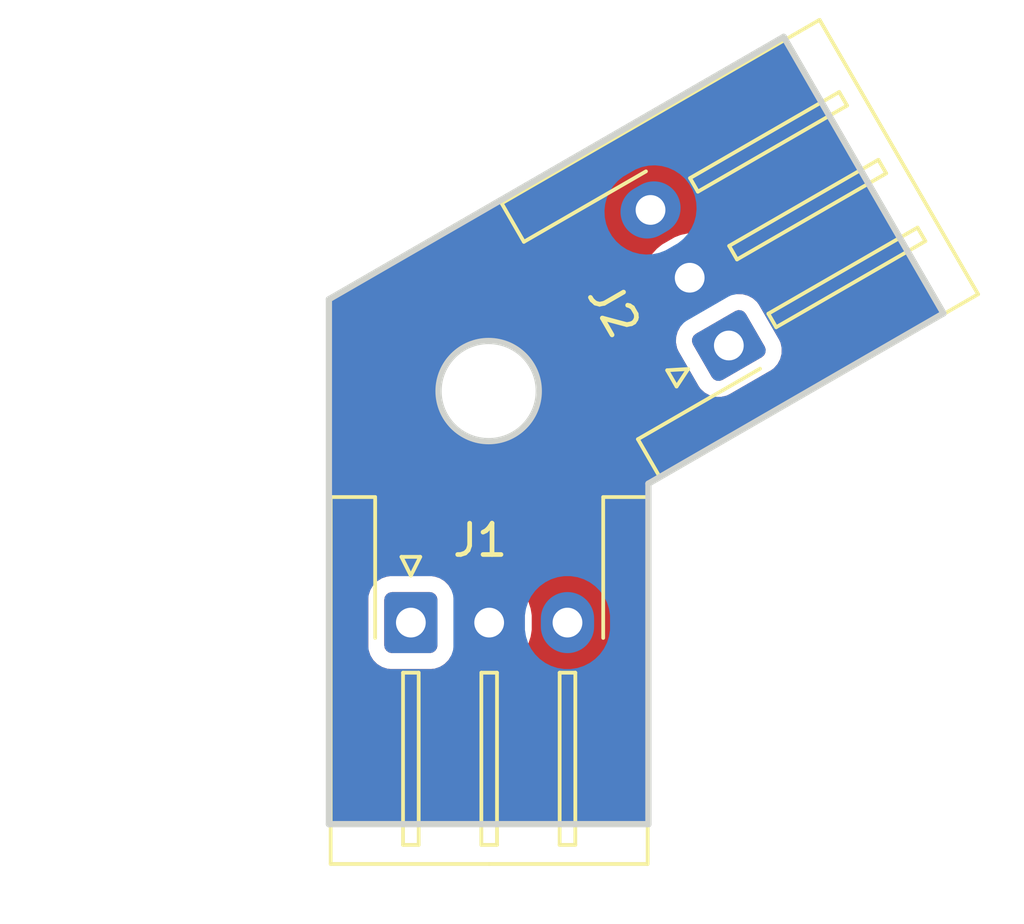
<source format=kicad_pcb>
(kicad_pcb (version 20241229) (generator "pcbnew") (generator_version "9.0")
  (layers (0 "F.Cu" signal) (4 "In1.Cu" signal) (6 "In2.Cu" signal) (2 "B.Cu" signal) (13 "F.Paste" user) (15 "B.Paste" user) (5 "F.SilkS" user "F.Silkscreen") (7 "B.SilkS" user "B.Silkscreen") (1 "F.Mask" user) (3 "B.Mask" user) (25 "Edge.Cuts" user))
  (net 0 "")
  (net 1 "/VCC")
  (net 2 "/CW")
  (net 3 "/WW")
  (footprint "Connector_JST:JST_XH_S3B-XH-A-1_1x03_P2.50mm_Horizontal" (layer "F.Cu") (at 158.167226 109.544552 120)
    (property "Reference" "J2" (at 2.824824 -2.603635 120) (layer "F.SilkS"))
    (property "Value" "Conn_01x03")
    (fp_line (start 7.56 -4.01) (end 6.14 -4.01) (stroke (width 0.12)) (layer "F.SilkS"))
    (fp_line (start 6.14 -4.01) (end 6.14 0.49) (stroke (width 0.12)) (layer "F.SilkS"))
    (fp_line (start -1.14 -4.01) (end -1.14 0.49) (stroke (width 0.12)) (layer "F.SilkS"))
    (fp_line (start -2.56 -4.01) (end -1.14 -4.01) (stroke (width 0.12)) (layer "F.SilkS"))
    (fp_line (start 0.3 -2.1) (end 0 -1.5) (stroke (width 0.12)) (layer "F.SilkS"))
    (fp_line (start -0.300001 -2.1) (end 0.3 -2.1) (stroke (width 0.12)) (layer "F.SilkS"))
    (fp_line (start 0 -1.5) (end -0.300001 -2.1) (stroke (width 0.12)) (layer "F.SilkS"))
    (fp_line (start 5.25 1.6) (end 4.75 1.6) (stroke (width 0.12)) (layer "F.SilkS"))
    (fp_line (start 4.75 1.6) (end 4.75 7.1) (stroke (width 0.12)) (layer "F.SilkS"))
    (fp_line (start 2.75 1.6) (end 2.25 1.6) (stroke (width 0.12)) (layer "F.SilkS"))
    (fp_line (start 2.25 1.6) (end 2.25 7.1) (stroke (width 0.12)) (layer "F.SilkS"))
    (fp_line (start 0.25 1.6) (end -0.25 1.6) (stroke (width 0.12)) (layer "F.SilkS"))
    (fp_line (start -0.25 1.6) (end -0.25 7.1) (stroke (width 0.12)) (layer "F.SilkS"))
    (fp_line (start 7.56 7.71) (end 7.56 -4.01) (stroke (width 0.12)) (layer "F.SilkS"))
    (fp_line (start 5.25 7.099999) (end 5.25 1.6) (stroke (width 0.12)) (layer "F.SilkS"))
    (fp_line (start 4.75 7.1) (end 5.25 7.099999) (stroke (width 0.12)) (layer "F.SilkS"))
    (fp_line (start 2.75 7.1) (end 2.75 1.6) (stroke (width 0.12)) (layer "F.SilkS"))
    (fp_line (start 2.25 7.1) (end 2.75 7.1) (stroke (width 0.12)) (layer "F.SilkS"))
    (fp_line (start 2.5 7.71) (end 7.56 7.71) (stroke (width 0.12)) (layer "F.SilkS"))
    (fp_line (start 2.5 7.71) (end -2.56 7.71) (stroke (width 0.12)) (layer "F.SilkS"))
    (fp_line (start 0.25 7.1) (end 0.25 1.6) (stroke (width 0.12)) (layer "F.SilkS"))
    (fp_line (start -0.25 7.1) (end 0.25 7.1) (stroke (width 0.12)) (layer "F.SilkS"))
    (fp_line (start -2.56 7.71) (end -2.56 -4.01) (stroke (width 0.12)) (layer "F.SilkS"))
    (pad "1" thru_hole roundrect (at 0 0 120) (size 1.7 1.95) (drill 0.95) (layers "*.Cu" "*.Mask") (roundrect_rratio 0.147059) (net 1 "/VCC"))
    (pad "2" thru_hole oval (at 2.5 0 120) (size 1.7 1.95) (drill 0.95) (layers "*.Cu" "*.Mask") (net 2 "/CW"))
    (pad "3" thru_hole oval (at 5 0 120) (size 1.7 1.95) (drill 0.95) (layers "*.Cu" "*.Mask") (net 3 "/WW"))
  )
  (footprint "Connector_JST:JST_XH_S3B-XH-A-1_1x03_P2.50mm_Horizontal" (layer "F.Cu") (at 148.016138 118.39505)
    (property "Reference" "J1" (at 2.210056 -2.629296 0) (layer "F.SilkS"))
    (property "Value" "Conn_01x03")
    (fp_line (start -2.56 -4.01) (end -1.14 -4.01) (stroke (width 0.12)) (layer "F.SilkS"))
    (fp_line (start -2.56 7.71) (end -2.56 -4.01) (stroke (width 0.12)) (layer "F.SilkS"))
    (fp_line (start -1.14 -4.01) (end -1.14 0.49) (stroke (width 0.12)) (layer "F.SilkS"))
    (fp_line (start -0.3 -2.1) (end 0.300001 -2.1) (stroke (width 0.12)) (layer "F.SilkS"))
    (fp_line (start -0.25 1.6) (end -0.25 7.1) (stroke (width 0.12)) (layer "F.SilkS"))
    (fp_line (start -0.25 7.1) (end 0.25 7.1) (stroke (width 0.12)) (layer "F.SilkS"))
    (fp_line (start 0 -1.5) (end -0.3 -2.1) (stroke (width 0.12)) (layer "F.SilkS"))
    (fp_line (start 0.25 1.6) (end -0.25 1.6) (stroke (width 0.12)) (layer "F.SilkS"))
    (fp_line (start 0.25 7.1) (end 0.25 1.6) (stroke (width 0.12)) (layer "F.SilkS"))
    (fp_line (start 0.300001 -2.1) (end 0 -1.5) (stroke (width 0.12)) (layer "F.SilkS"))
    (fp_line (start 2.25 1.6) (end 2.25 7.1) (stroke (width 0.12)) (layer "F.SilkS"))
    (fp_line (start 2.25 7.1) (end 2.75 7.1) (stroke (width 0.12)) (layer "F.SilkS"))
    (fp_line (start 2.5 7.71) (end -2.56 7.71) (stroke (width 0.12)) (layer "F.SilkS"))
    (fp_line (start 2.5 7.71) (end 7.56 7.71) (stroke (width 0.12)) (layer "F.SilkS"))
    (fp_line (start 2.75 1.6) (end 2.25 1.6) (stroke (width 0.12)) (layer "F.SilkS"))
    (fp_line (start 2.75 7.1) (end 2.75 1.6) (stroke (width 0.12)) (layer "F.SilkS"))
    (fp_line (start 4.75 1.6) (end 4.75 7.1) (stroke (width 0.12)) (layer "F.SilkS"))
    (fp_line (start 4.75 7.1) (end 5.249999 7.1) (stroke (width 0.12)) (layer "F.SilkS"))
    (fp_line (start 5.249999 7.1) (end 5.25 1.6) (stroke (width 0.12)) (layer "F.SilkS"))
    (fp_line (start 5.25 1.6) (end 4.75 1.6) (stroke (width 0.12)) (layer "F.SilkS"))
    (fp_line (start 6.14 -4.01) (end 6.14 0.49) (stroke (width 0.12)) (layer "F.SilkS"))
    (fp_line (start 7.56 -4.01) (end 6.14 -4.01) (stroke (width 0.12)) (layer "F.SilkS"))
    (fp_line (start 7.56 7.71) (end 7.56 -4.01) (stroke (width 0.12)) (layer "F.SilkS"))
    (pad "1" thru_hole roundrect (at 0 0) (size 1.7 1.95) (drill 0.95) (layers "*.Cu" "*.Mask") (roundrect_rratio 0.147059) (net 1 "/VCC"))
    (pad "2" thru_hole oval (at 2.5 0) (size 1.7 1.95) (drill 0.95) (layers "*.Cu" "*.Mask") (net 2 "/CW"))
    (pad "3" thru_hole oval (at 5 0) (size 1.7 1.95) (drill 0.95) (layers "*.Cu" "*.Mask") (net 3 "/WW"))
  )
  (gr_line (start 155.6 113.956638) (end 165.019495 108.51829) (stroke (width 0.2)) (layer "Edge.Cuts"))
  (gr_line (start 145.4 108.067665) (end 145.4 124.833334) (stroke (width 0.2)) (layer "Edge.Cuts"))
  (gr_line (start 155.6 124.833334) (end 155.6 113.956638) (stroke (width 0.2)) (layer "Edge.Cuts"))
  (gr_line (start 165.019495 108.51829) (end 159.919495 99.684831) (stroke (width 0.2)) (layer "Edge.Cuts"))
  (gr_line (start 145.4 124.833334) (end 155.6 124.833334) (stroke (width 0.2)) (layer "Edge.Cuts"))
  (gr_circle (center 150.5 111) (end 152.1 111) (stroke (width 0.2)) (fill no) (layer "Edge.Cuts"))
  (gr_line (start 159.919495 99.684831) (end 145.4 108.067665) (stroke (width 0.2)) (layer "Edge.Cuts"))
  (zone (net 3) (net_name "/WW") (layer "F.Cu") (connect_pads yes (clearance 0.508)) (min_thickness 0.254) (fill yes (thermal_gap 0.508) (thermal_bridge_width 0.508))
    (polygon (pts (xy 165.6 108.9) (xy 155.9 126.6) (xy 145 126.61) (xy 134.9 108.1) (xy 140.7 98.9) (xy 160.2 99.2)))
  )
  (zone (net 2) (net_name "/CW") (layer "B.Cu") (connect_pads yes (clearance 0.508)) (min_thickness 0.254) (fill yes (thermal_gap 0.508) (thermal_bridge_width 0.508))
    (polygon (pts (xy 165.643208 108.821558) (xy 155.9 126.505) (xy 144.761689 126.505) (xy 135.24279 108.45369) (xy 140.6 98.9) (xy 160.2 99.2)))
  )
)
</source>
